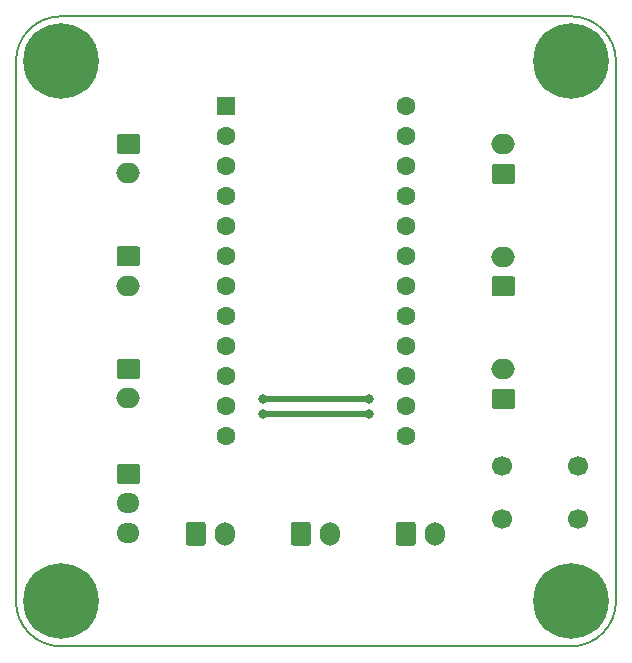
<source format=gbr>
G04 #@! TF.GenerationSoftware,KiCad,Pcbnew,(5.1.5)-3*
G04 #@! TF.CreationDate,2020-06-26T19:45:29+09:00*
G04 #@! TF.ProjectId,sif,7369662e-6b69-4636-9164-5f7063625858,rev?*
G04 #@! TF.SameCoordinates,Original*
G04 #@! TF.FileFunction,Copper,L1,Top*
G04 #@! TF.FilePolarity,Positive*
%FSLAX46Y46*%
G04 Gerber Fmt 4.6, Leading zero omitted, Abs format (unit mm)*
G04 Created by KiCad (PCBNEW (5.1.5)-3) date 2020-06-26 19:45:29*
%MOMM*%
%LPD*%
G04 APERTURE LIST*
%ADD10C,0.150000*%
%ADD11O,1.700000X2.000000*%
%ADD12O,1.950000X1.700000*%
%ADD13C,1.600000*%
%ADD14R,1.600000X1.600000*%
%ADD15O,2.000000X1.700000*%
%ADD16C,0.800000*%
%ADD17C,6.400000*%
%ADD18C,1.700000*%
%ADD19C,0.500000*%
G04 APERTURE END LIST*
D10*
X12700000Y-16510000D02*
X12700000Y-62230000D01*
X59690000Y-12700000D02*
X16510000Y-12700000D01*
X63500000Y-62230000D02*
X63500000Y-16510000D01*
X16510000Y-66040000D02*
X59690000Y-66040000D01*
X16510000Y-66040000D02*
G75*
G02X12700000Y-62230000I0J3810000D01*
G01*
X63500000Y-62230000D02*
G75*
G02X59690000Y-66040000I-3810000J0D01*
G01*
X59690000Y-12700000D02*
G75*
G02X63500000Y-16510000I0J-3810000D01*
G01*
X12700000Y-16510000D02*
G75*
G02X16510000Y-12700000I3810000J0D01*
G01*
G04 #@! TA.AperFunction,ComponentPad*
G36*
X46344504Y-55516204D02*
G01*
X46368773Y-55519804D01*
X46392571Y-55525765D01*
X46415671Y-55534030D01*
X46437849Y-55544520D01*
X46458893Y-55557133D01*
X46478598Y-55571747D01*
X46496777Y-55588223D01*
X46513253Y-55606402D01*
X46527867Y-55626107D01*
X46540480Y-55647151D01*
X46550970Y-55669329D01*
X46559235Y-55692429D01*
X46565196Y-55716227D01*
X46568796Y-55740496D01*
X46570000Y-55765000D01*
X46570000Y-57265000D01*
X46568796Y-57289504D01*
X46565196Y-57313773D01*
X46559235Y-57337571D01*
X46550970Y-57360671D01*
X46540480Y-57382849D01*
X46527867Y-57403893D01*
X46513253Y-57423598D01*
X46496777Y-57441777D01*
X46478598Y-57458253D01*
X46458893Y-57472867D01*
X46437849Y-57485480D01*
X46415671Y-57495970D01*
X46392571Y-57504235D01*
X46368773Y-57510196D01*
X46344504Y-57513796D01*
X46320000Y-57515000D01*
X45120000Y-57515000D01*
X45095496Y-57513796D01*
X45071227Y-57510196D01*
X45047429Y-57504235D01*
X45024329Y-57495970D01*
X45002151Y-57485480D01*
X44981107Y-57472867D01*
X44961402Y-57458253D01*
X44943223Y-57441777D01*
X44926747Y-57423598D01*
X44912133Y-57403893D01*
X44899520Y-57382849D01*
X44889030Y-57360671D01*
X44880765Y-57337571D01*
X44874804Y-57313773D01*
X44871204Y-57289504D01*
X44870000Y-57265000D01*
X44870000Y-55765000D01*
X44871204Y-55740496D01*
X44874804Y-55716227D01*
X44880765Y-55692429D01*
X44889030Y-55669329D01*
X44899520Y-55647151D01*
X44912133Y-55626107D01*
X44926747Y-55606402D01*
X44943223Y-55588223D01*
X44961402Y-55571747D01*
X44981107Y-55557133D01*
X45002151Y-55544520D01*
X45024329Y-55534030D01*
X45047429Y-55525765D01*
X45071227Y-55519804D01*
X45095496Y-55516204D01*
X45120000Y-55515000D01*
X46320000Y-55515000D01*
X46344504Y-55516204D01*
G37*
G04 #@! TD.AperFunction*
D11*
X48220000Y-56515000D03*
G04 #@! TA.AperFunction,ComponentPad*
D10*
G36*
X28564504Y-55516204D02*
G01*
X28588773Y-55519804D01*
X28612571Y-55525765D01*
X28635671Y-55534030D01*
X28657849Y-55544520D01*
X28678893Y-55557133D01*
X28698598Y-55571747D01*
X28716777Y-55588223D01*
X28733253Y-55606402D01*
X28747867Y-55626107D01*
X28760480Y-55647151D01*
X28770970Y-55669329D01*
X28779235Y-55692429D01*
X28785196Y-55716227D01*
X28788796Y-55740496D01*
X28790000Y-55765000D01*
X28790000Y-57265000D01*
X28788796Y-57289504D01*
X28785196Y-57313773D01*
X28779235Y-57337571D01*
X28770970Y-57360671D01*
X28760480Y-57382849D01*
X28747867Y-57403893D01*
X28733253Y-57423598D01*
X28716777Y-57441777D01*
X28698598Y-57458253D01*
X28678893Y-57472867D01*
X28657849Y-57485480D01*
X28635671Y-57495970D01*
X28612571Y-57504235D01*
X28588773Y-57510196D01*
X28564504Y-57513796D01*
X28540000Y-57515000D01*
X27340000Y-57515000D01*
X27315496Y-57513796D01*
X27291227Y-57510196D01*
X27267429Y-57504235D01*
X27244329Y-57495970D01*
X27222151Y-57485480D01*
X27201107Y-57472867D01*
X27181402Y-57458253D01*
X27163223Y-57441777D01*
X27146747Y-57423598D01*
X27132133Y-57403893D01*
X27119520Y-57382849D01*
X27109030Y-57360671D01*
X27100765Y-57337571D01*
X27094804Y-57313773D01*
X27091204Y-57289504D01*
X27090000Y-57265000D01*
X27090000Y-55765000D01*
X27091204Y-55740496D01*
X27094804Y-55716227D01*
X27100765Y-55692429D01*
X27109030Y-55669329D01*
X27119520Y-55647151D01*
X27132133Y-55626107D01*
X27146747Y-55606402D01*
X27163223Y-55588223D01*
X27181402Y-55571747D01*
X27201107Y-55557133D01*
X27222151Y-55544520D01*
X27244329Y-55534030D01*
X27267429Y-55525765D01*
X27291227Y-55519804D01*
X27315496Y-55516204D01*
X27340000Y-55515000D01*
X28540000Y-55515000D01*
X28564504Y-55516204D01*
G37*
G04 #@! TD.AperFunction*
D11*
X30440000Y-56515000D03*
G04 #@! TA.AperFunction,ComponentPad*
D10*
G36*
X37454504Y-55516204D02*
G01*
X37478773Y-55519804D01*
X37502571Y-55525765D01*
X37525671Y-55534030D01*
X37547849Y-55544520D01*
X37568893Y-55557133D01*
X37588598Y-55571747D01*
X37606777Y-55588223D01*
X37623253Y-55606402D01*
X37637867Y-55626107D01*
X37650480Y-55647151D01*
X37660970Y-55669329D01*
X37669235Y-55692429D01*
X37675196Y-55716227D01*
X37678796Y-55740496D01*
X37680000Y-55765000D01*
X37680000Y-57265000D01*
X37678796Y-57289504D01*
X37675196Y-57313773D01*
X37669235Y-57337571D01*
X37660970Y-57360671D01*
X37650480Y-57382849D01*
X37637867Y-57403893D01*
X37623253Y-57423598D01*
X37606777Y-57441777D01*
X37588598Y-57458253D01*
X37568893Y-57472867D01*
X37547849Y-57485480D01*
X37525671Y-57495970D01*
X37502571Y-57504235D01*
X37478773Y-57510196D01*
X37454504Y-57513796D01*
X37430000Y-57515000D01*
X36230000Y-57515000D01*
X36205496Y-57513796D01*
X36181227Y-57510196D01*
X36157429Y-57504235D01*
X36134329Y-57495970D01*
X36112151Y-57485480D01*
X36091107Y-57472867D01*
X36071402Y-57458253D01*
X36053223Y-57441777D01*
X36036747Y-57423598D01*
X36022133Y-57403893D01*
X36009520Y-57382849D01*
X35999030Y-57360671D01*
X35990765Y-57337571D01*
X35984804Y-57313773D01*
X35981204Y-57289504D01*
X35980000Y-57265000D01*
X35980000Y-55765000D01*
X35981204Y-55740496D01*
X35984804Y-55716227D01*
X35990765Y-55692429D01*
X35999030Y-55669329D01*
X36009520Y-55647151D01*
X36022133Y-55626107D01*
X36036747Y-55606402D01*
X36053223Y-55588223D01*
X36071402Y-55571747D01*
X36091107Y-55557133D01*
X36112151Y-55544520D01*
X36134329Y-55534030D01*
X36157429Y-55525765D01*
X36181227Y-55519804D01*
X36205496Y-55516204D01*
X36230000Y-55515000D01*
X37430000Y-55515000D01*
X37454504Y-55516204D01*
G37*
G04 #@! TD.AperFunction*
D11*
X39330000Y-56515000D03*
D12*
X22225000Y-56435000D03*
X22225000Y-53935000D03*
G04 #@! TA.AperFunction,ComponentPad*
D10*
G36*
X22974504Y-50586204D02*
G01*
X22998773Y-50589804D01*
X23022571Y-50595765D01*
X23045671Y-50604030D01*
X23067849Y-50614520D01*
X23088893Y-50627133D01*
X23108598Y-50641747D01*
X23126777Y-50658223D01*
X23143253Y-50676402D01*
X23157867Y-50696107D01*
X23170480Y-50717151D01*
X23180970Y-50739329D01*
X23189235Y-50762429D01*
X23195196Y-50786227D01*
X23198796Y-50810496D01*
X23200000Y-50835000D01*
X23200000Y-52035000D01*
X23198796Y-52059504D01*
X23195196Y-52083773D01*
X23189235Y-52107571D01*
X23180970Y-52130671D01*
X23170480Y-52152849D01*
X23157867Y-52173893D01*
X23143253Y-52193598D01*
X23126777Y-52211777D01*
X23108598Y-52228253D01*
X23088893Y-52242867D01*
X23067849Y-52255480D01*
X23045671Y-52265970D01*
X23022571Y-52274235D01*
X22998773Y-52280196D01*
X22974504Y-52283796D01*
X22950000Y-52285000D01*
X21500000Y-52285000D01*
X21475496Y-52283796D01*
X21451227Y-52280196D01*
X21427429Y-52274235D01*
X21404329Y-52265970D01*
X21382151Y-52255480D01*
X21361107Y-52242867D01*
X21341402Y-52228253D01*
X21323223Y-52211777D01*
X21306747Y-52193598D01*
X21292133Y-52173893D01*
X21279520Y-52152849D01*
X21269030Y-52130671D01*
X21260765Y-52107571D01*
X21254804Y-52083773D01*
X21251204Y-52059504D01*
X21250000Y-52035000D01*
X21250000Y-50835000D01*
X21251204Y-50810496D01*
X21254804Y-50786227D01*
X21260765Y-50762429D01*
X21269030Y-50739329D01*
X21279520Y-50717151D01*
X21292133Y-50696107D01*
X21306747Y-50676402D01*
X21323223Y-50658223D01*
X21341402Y-50641747D01*
X21361107Y-50627133D01*
X21382151Y-50614520D01*
X21404329Y-50604030D01*
X21427429Y-50595765D01*
X21451227Y-50589804D01*
X21475496Y-50586204D01*
X21500000Y-50585000D01*
X22950000Y-50585000D01*
X22974504Y-50586204D01*
G37*
G04 #@! TD.AperFunction*
D13*
X45720000Y-20320000D03*
X45720000Y-22860000D03*
X45720000Y-25400000D03*
X45720000Y-27940000D03*
X45720000Y-30480000D03*
X45720000Y-33020000D03*
X45720000Y-35560000D03*
X45720000Y-38100000D03*
X45720000Y-40640000D03*
X45720000Y-43180000D03*
X45720000Y-45720000D03*
X45720000Y-48260000D03*
X30480000Y-48260000D03*
X30480000Y-45720000D03*
X30480000Y-43180000D03*
X30480000Y-40640000D03*
X30480000Y-38100000D03*
X30480000Y-35560000D03*
X30480000Y-33020000D03*
X30480000Y-30480000D03*
X30480000Y-27940000D03*
X30480000Y-25400000D03*
X30480000Y-22860000D03*
D14*
X30480000Y-20320000D03*
G04 #@! TA.AperFunction,ComponentPad*
D10*
G36*
X54749504Y-44236204D02*
G01*
X54773773Y-44239804D01*
X54797571Y-44245765D01*
X54820671Y-44254030D01*
X54842849Y-44264520D01*
X54863893Y-44277133D01*
X54883598Y-44291747D01*
X54901777Y-44308223D01*
X54918253Y-44326402D01*
X54932867Y-44346107D01*
X54945480Y-44367151D01*
X54955970Y-44389329D01*
X54964235Y-44412429D01*
X54970196Y-44436227D01*
X54973796Y-44460496D01*
X54975000Y-44485000D01*
X54975000Y-45685000D01*
X54973796Y-45709504D01*
X54970196Y-45733773D01*
X54964235Y-45757571D01*
X54955970Y-45780671D01*
X54945480Y-45802849D01*
X54932867Y-45823893D01*
X54918253Y-45843598D01*
X54901777Y-45861777D01*
X54883598Y-45878253D01*
X54863893Y-45892867D01*
X54842849Y-45905480D01*
X54820671Y-45915970D01*
X54797571Y-45924235D01*
X54773773Y-45930196D01*
X54749504Y-45933796D01*
X54725000Y-45935000D01*
X53225000Y-45935000D01*
X53200496Y-45933796D01*
X53176227Y-45930196D01*
X53152429Y-45924235D01*
X53129329Y-45915970D01*
X53107151Y-45905480D01*
X53086107Y-45892867D01*
X53066402Y-45878253D01*
X53048223Y-45861777D01*
X53031747Y-45843598D01*
X53017133Y-45823893D01*
X53004520Y-45802849D01*
X52994030Y-45780671D01*
X52985765Y-45757571D01*
X52979804Y-45733773D01*
X52976204Y-45709504D01*
X52975000Y-45685000D01*
X52975000Y-44485000D01*
X52976204Y-44460496D01*
X52979804Y-44436227D01*
X52985765Y-44412429D01*
X52994030Y-44389329D01*
X53004520Y-44367151D01*
X53017133Y-44346107D01*
X53031747Y-44326402D01*
X53048223Y-44308223D01*
X53066402Y-44291747D01*
X53086107Y-44277133D01*
X53107151Y-44264520D01*
X53129329Y-44254030D01*
X53152429Y-44245765D01*
X53176227Y-44239804D01*
X53200496Y-44236204D01*
X53225000Y-44235000D01*
X54725000Y-44235000D01*
X54749504Y-44236204D01*
G37*
G04 #@! TD.AperFunction*
D15*
X53975000Y-42585000D03*
G04 #@! TA.AperFunction,ComponentPad*
D10*
G36*
X54749504Y-34711204D02*
G01*
X54773773Y-34714804D01*
X54797571Y-34720765D01*
X54820671Y-34729030D01*
X54842849Y-34739520D01*
X54863893Y-34752133D01*
X54883598Y-34766747D01*
X54901777Y-34783223D01*
X54918253Y-34801402D01*
X54932867Y-34821107D01*
X54945480Y-34842151D01*
X54955970Y-34864329D01*
X54964235Y-34887429D01*
X54970196Y-34911227D01*
X54973796Y-34935496D01*
X54975000Y-34960000D01*
X54975000Y-36160000D01*
X54973796Y-36184504D01*
X54970196Y-36208773D01*
X54964235Y-36232571D01*
X54955970Y-36255671D01*
X54945480Y-36277849D01*
X54932867Y-36298893D01*
X54918253Y-36318598D01*
X54901777Y-36336777D01*
X54883598Y-36353253D01*
X54863893Y-36367867D01*
X54842849Y-36380480D01*
X54820671Y-36390970D01*
X54797571Y-36399235D01*
X54773773Y-36405196D01*
X54749504Y-36408796D01*
X54725000Y-36410000D01*
X53225000Y-36410000D01*
X53200496Y-36408796D01*
X53176227Y-36405196D01*
X53152429Y-36399235D01*
X53129329Y-36390970D01*
X53107151Y-36380480D01*
X53086107Y-36367867D01*
X53066402Y-36353253D01*
X53048223Y-36336777D01*
X53031747Y-36318598D01*
X53017133Y-36298893D01*
X53004520Y-36277849D01*
X52994030Y-36255671D01*
X52985765Y-36232571D01*
X52979804Y-36208773D01*
X52976204Y-36184504D01*
X52975000Y-36160000D01*
X52975000Y-34960000D01*
X52976204Y-34935496D01*
X52979804Y-34911227D01*
X52985765Y-34887429D01*
X52994030Y-34864329D01*
X53004520Y-34842151D01*
X53017133Y-34821107D01*
X53031747Y-34801402D01*
X53048223Y-34783223D01*
X53066402Y-34766747D01*
X53086107Y-34752133D01*
X53107151Y-34739520D01*
X53129329Y-34729030D01*
X53152429Y-34720765D01*
X53176227Y-34714804D01*
X53200496Y-34711204D01*
X53225000Y-34710000D01*
X54725000Y-34710000D01*
X54749504Y-34711204D01*
G37*
G04 #@! TD.AperFunction*
D15*
X53975000Y-33060000D03*
G04 #@! TA.AperFunction,ComponentPad*
D10*
G36*
X54749504Y-25186204D02*
G01*
X54773773Y-25189804D01*
X54797571Y-25195765D01*
X54820671Y-25204030D01*
X54842849Y-25214520D01*
X54863893Y-25227133D01*
X54883598Y-25241747D01*
X54901777Y-25258223D01*
X54918253Y-25276402D01*
X54932867Y-25296107D01*
X54945480Y-25317151D01*
X54955970Y-25339329D01*
X54964235Y-25362429D01*
X54970196Y-25386227D01*
X54973796Y-25410496D01*
X54975000Y-25435000D01*
X54975000Y-26635000D01*
X54973796Y-26659504D01*
X54970196Y-26683773D01*
X54964235Y-26707571D01*
X54955970Y-26730671D01*
X54945480Y-26752849D01*
X54932867Y-26773893D01*
X54918253Y-26793598D01*
X54901777Y-26811777D01*
X54883598Y-26828253D01*
X54863893Y-26842867D01*
X54842849Y-26855480D01*
X54820671Y-26865970D01*
X54797571Y-26874235D01*
X54773773Y-26880196D01*
X54749504Y-26883796D01*
X54725000Y-26885000D01*
X53225000Y-26885000D01*
X53200496Y-26883796D01*
X53176227Y-26880196D01*
X53152429Y-26874235D01*
X53129329Y-26865970D01*
X53107151Y-26855480D01*
X53086107Y-26842867D01*
X53066402Y-26828253D01*
X53048223Y-26811777D01*
X53031747Y-26793598D01*
X53017133Y-26773893D01*
X53004520Y-26752849D01*
X52994030Y-26730671D01*
X52985765Y-26707571D01*
X52979804Y-26683773D01*
X52976204Y-26659504D01*
X52975000Y-26635000D01*
X52975000Y-25435000D01*
X52976204Y-25410496D01*
X52979804Y-25386227D01*
X52985765Y-25362429D01*
X52994030Y-25339329D01*
X53004520Y-25317151D01*
X53017133Y-25296107D01*
X53031747Y-25276402D01*
X53048223Y-25258223D01*
X53066402Y-25241747D01*
X53086107Y-25227133D01*
X53107151Y-25214520D01*
X53129329Y-25204030D01*
X53152429Y-25195765D01*
X53176227Y-25189804D01*
X53200496Y-25186204D01*
X53225000Y-25185000D01*
X54725000Y-25185000D01*
X54749504Y-25186204D01*
G37*
G04 #@! TD.AperFunction*
D15*
X53975000Y-23535000D03*
X22225000Y-45045000D03*
G04 #@! TA.AperFunction,ComponentPad*
D10*
G36*
X22999504Y-41696204D02*
G01*
X23023773Y-41699804D01*
X23047571Y-41705765D01*
X23070671Y-41714030D01*
X23092849Y-41724520D01*
X23113893Y-41737133D01*
X23133598Y-41751747D01*
X23151777Y-41768223D01*
X23168253Y-41786402D01*
X23182867Y-41806107D01*
X23195480Y-41827151D01*
X23205970Y-41849329D01*
X23214235Y-41872429D01*
X23220196Y-41896227D01*
X23223796Y-41920496D01*
X23225000Y-41945000D01*
X23225000Y-43145000D01*
X23223796Y-43169504D01*
X23220196Y-43193773D01*
X23214235Y-43217571D01*
X23205970Y-43240671D01*
X23195480Y-43262849D01*
X23182867Y-43283893D01*
X23168253Y-43303598D01*
X23151777Y-43321777D01*
X23133598Y-43338253D01*
X23113893Y-43352867D01*
X23092849Y-43365480D01*
X23070671Y-43375970D01*
X23047571Y-43384235D01*
X23023773Y-43390196D01*
X22999504Y-43393796D01*
X22975000Y-43395000D01*
X21475000Y-43395000D01*
X21450496Y-43393796D01*
X21426227Y-43390196D01*
X21402429Y-43384235D01*
X21379329Y-43375970D01*
X21357151Y-43365480D01*
X21336107Y-43352867D01*
X21316402Y-43338253D01*
X21298223Y-43321777D01*
X21281747Y-43303598D01*
X21267133Y-43283893D01*
X21254520Y-43262849D01*
X21244030Y-43240671D01*
X21235765Y-43217571D01*
X21229804Y-43193773D01*
X21226204Y-43169504D01*
X21225000Y-43145000D01*
X21225000Y-41945000D01*
X21226204Y-41920496D01*
X21229804Y-41896227D01*
X21235765Y-41872429D01*
X21244030Y-41849329D01*
X21254520Y-41827151D01*
X21267133Y-41806107D01*
X21281747Y-41786402D01*
X21298223Y-41768223D01*
X21316402Y-41751747D01*
X21336107Y-41737133D01*
X21357151Y-41724520D01*
X21379329Y-41714030D01*
X21402429Y-41705765D01*
X21426227Y-41699804D01*
X21450496Y-41696204D01*
X21475000Y-41695000D01*
X22975000Y-41695000D01*
X22999504Y-41696204D01*
G37*
G04 #@! TD.AperFunction*
D15*
X22225000Y-35520000D03*
G04 #@! TA.AperFunction,ComponentPad*
D10*
G36*
X22999504Y-32171204D02*
G01*
X23023773Y-32174804D01*
X23047571Y-32180765D01*
X23070671Y-32189030D01*
X23092849Y-32199520D01*
X23113893Y-32212133D01*
X23133598Y-32226747D01*
X23151777Y-32243223D01*
X23168253Y-32261402D01*
X23182867Y-32281107D01*
X23195480Y-32302151D01*
X23205970Y-32324329D01*
X23214235Y-32347429D01*
X23220196Y-32371227D01*
X23223796Y-32395496D01*
X23225000Y-32420000D01*
X23225000Y-33620000D01*
X23223796Y-33644504D01*
X23220196Y-33668773D01*
X23214235Y-33692571D01*
X23205970Y-33715671D01*
X23195480Y-33737849D01*
X23182867Y-33758893D01*
X23168253Y-33778598D01*
X23151777Y-33796777D01*
X23133598Y-33813253D01*
X23113893Y-33827867D01*
X23092849Y-33840480D01*
X23070671Y-33850970D01*
X23047571Y-33859235D01*
X23023773Y-33865196D01*
X22999504Y-33868796D01*
X22975000Y-33870000D01*
X21475000Y-33870000D01*
X21450496Y-33868796D01*
X21426227Y-33865196D01*
X21402429Y-33859235D01*
X21379329Y-33850970D01*
X21357151Y-33840480D01*
X21336107Y-33827867D01*
X21316402Y-33813253D01*
X21298223Y-33796777D01*
X21281747Y-33778598D01*
X21267133Y-33758893D01*
X21254520Y-33737849D01*
X21244030Y-33715671D01*
X21235765Y-33692571D01*
X21229804Y-33668773D01*
X21226204Y-33644504D01*
X21225000Y-33620000D01*
X21225000Y-32420000D01*
X21226204Y-32395496D01*
X21229804Y-32371227D01*
X21235765Y-32347429D01*
X21244030Y-32324329D01*
X21254520Y-32302151D01*
X21267133Y-32281107D01*
X21281747Y-32261402D01*
X21298223Y-32243223D01*
X21316402Y-32226747D01*
X21336107Y-32212133D01*
X21357151Y-32199520D01*
X21379329Y-32189030D01*
X21402429Y-32180765D01*
X21426227Y-32174804D01*
X21450496Y-32171204D01*
X21475000Y-32170000D01*
X22975000Y-32170000D01*
X22999504Y-32171204D01*
G37*
G04 #@! TD.AperFunction*
D15*
X22225000Y-25995000D03*
G04 #@! TA.AperFunction,ComponentPad*
D10*
G36*
X22999504Y-22646204D02*
G01*
X23023773Y-22649804D01*
X23047571Y-22655765D01*
X23070671Y-22664030D01*
X23092849Y-22674520D01*
X23113893Y-22687133D01*
X23133598Y-22701747D01*
X23151777Y-22718223D01*
X23168253Y-22736402D01*
X23182867Y-22756107D01*
X23195480Y-22777151D01*
X23205970Y-22799329D01*
X23214235Y-22822429D01*
X23220196Y-22846227D01*
X23223796Y-22870496D01*
X23225000Y-22895000D01*
X23225000Y-24095000D01*
X23223796Y-24119504D01*
X23220196Y-24143773D01*
X23214235Y-24167571D01*
X23205970Y-24190671D01*
X23195480Y-24212849D01*
X23182867Y-24233893D01*
X23168253Y-24253598D01*
X23151777Y-24271777D01*
X23133598Y-24288253D01*
X23113893Y-24302867D01*
X23092849Y-24315480D01*
X23070671Y-24325970D01*
X23047571Y-24334235D01*
X23023773Y-24340196D01*
X22999504Y-24343796D01*
X22975000Y-24345000D01*
X21475000Y-24345000D01*
X21450496Y-24343796D01*
X21426227Y-24340196D01*
X21402429Y-24334235D01*
X21379329Y-24325970D01*
X21357151Y-24315480D01*
X21336107Y-24302867D01*
X21316402Y-24288253D01*
X21298223Y-24271777D01*
X21281747Y-24253598D01*
X21267133Y-24233893D01*
X21254520Y-24212849D01*
X21244030Y-24190671D01*
X21235765Y-24167571D01*
X21229804Y-24143773D01*
X21226204Y-24119504D01*
X21225000Y-24095000D01*
X21225000Y-22895000D01*
X21226204Y-22870496D01*
X21229804Y-22846227D01*
X21235765Y-22822429D01*
X21244030Y-22799329D01*
X21254520Y-22777151D01*
X21267133Y-22756107D01*
X21281747Y-22736402D01*
X21298223Y-22718223D01*
X21316402Y-22701747D01*
X21336107Y-22687133D01*
X21357151Y-22674520D01*
X21379329Y-22664030D01*
X21402429Y-22655765D01*
X21426227Y-22649804D01*
X21450496Y-22646204D01*
X21475000Y-22645000D01*
X22975000Y-22645000D01*
X22999504Y-22646204D01*
G37*
G04 #@! TD.AperFunction*
D16*
X61387056Y-60532944D03*
X59690000Y-59830000D03*
X57992944Y-60532944D03*
X57290000Y-62230000D03*
X57992944Y-63927056D03*
X59690000Y-64630000D03*
X61387056Y-63927056D03*
X62090000Y-62230000D03*
D17*
X59690000Y-62230000D03*
D16*
X18207056Y-60532944D03*
X16510000Y-59830000D03*
X14812944Y-60532944D03*
X14110000Y-62230000D03*
X14812944Y-63927056D03*
X16510000Y-64630000D03*
X18207056Y-63927056D03*
X18910000Y-62230000D03*
D17*
X16510000Y-62230000D03*
D16*
X18207056Y-14812944D03*
X16510000Y-14110000D03*
X14812944Y-14812944D03*
X14110000Y-16510000D03*
X14812944Y-18207056D03*
X16510000Y-18910000D03*
X18207056Y-18207056D03*
X18910000Y-16510000D03*
D17*
X16510000Y-16510000D03*
D16*
X61387056Y-14812944D03*
X59690000Y-14110000D03*
X57992944Y-14812944D03*
X57290000Y-16510000D03*
X57992944Y-18207056D03*
X59690000Y-18910000D03*
X61387056Y-18207056D03*
X62090000Y-16510000D03*
D17*
X59690000Y-16510000D03*
D18*
X60325000Y-55245000D03*
X53825000Y-55245000D03*
X60325000Y-50745000D03*
X53825000Y-50745000D03*
D16*
X33589990Y-46355000D03*
X42610010Y-46355000D03*
X33589990Y-45085000D03*
X42610010Y-45085000D03*
D19*
X33589990Y-46355000D02*
X42610010Y-46355000D01*
X33589990Y-45085000D02*
X42610010Y-45085000D01*
M02*

</source>
